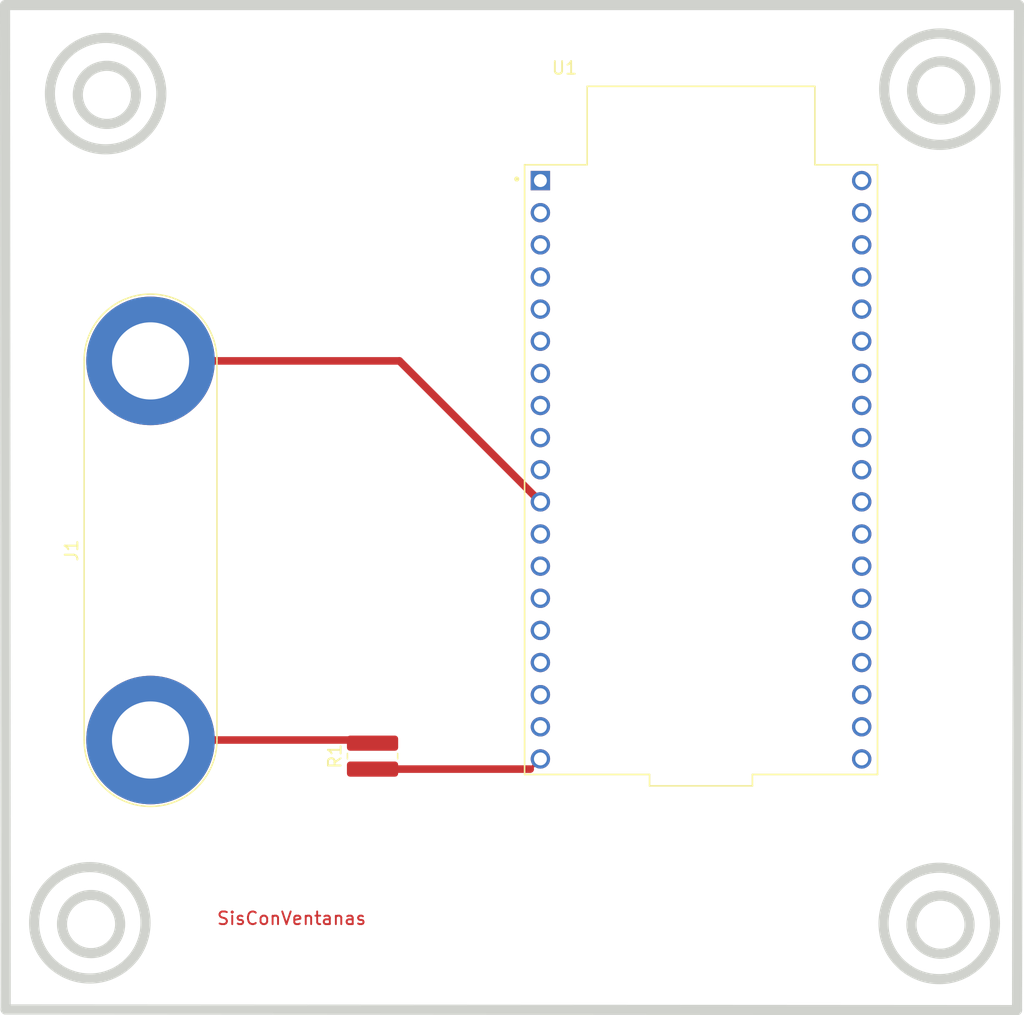
<source format=kicad_pcb>
(kicad_pcb (version 20171130) (host pcbnew "(5.1.12)-1")

  (general
    (thickness 1.6)
    (drawings 14)
    (tracks 6)
    (zones 0)
    (modules 3)
    (nets 40)
  )

  (page A4)
  (layers
    (0 F.Cu signal)
    (31 B.Cu signal)
    (32 B.Adhes user)
    (33 F.Adhes user)
    (34 B.Paste user)
    (35 F.Paste user)
    (36 B.SilkS user)
    (37 F.SilkS user)
    (38 B.Mask user)
    (39 F.Mask user)
    (40 Dwgs.User user)
    (41 Cmts.User user)
    (42 Eco1.User user)
    (43 Eco2.User user)
    (44 Edge.Cuts user)
    (45 Margin user)
    (46 B.CrtYd user)
    (47 F.CrtYd user)
    (48 B.Fab user)
    (49 F.Fab user)
  )

  (setup
    (last_trace_width 0.25)
    (trace_clearance 0.2)
    (zone_clearance 0.508)
    (zone_45_only no)
    (trace_min 0.2)
    (via_size 0.8)
    (via_drill 0.4)
    (via_min_size 0.4)
    (via_min_drill 0.3)
    (uvia_size 0.3)
    (uvia_drill 0.1)
    (uvias_allowed no)
    (uvia_min_size 0.2)
    (uvia_min_drill 0.1)
    (edge_width 0.05)
    (segment_width 0.2)
    (pcb_text_width 0.3)
    (pcb_text_size 1.5 1.5)
    (mod_edge_width 0.12)
    (mod_text_size 1 1)
    (mod_text_width 0.15)
    (pad_size 1.524 1.524)
    (pad_drill 0.762)
    (pad_to_mask_clearance 0)
    (aux_axis_origin 0 0)
    (visible_elements FFFFFF7F)
    (pcbplotparams
      (layerselection 0x010fc_ffffffff)
      (usegerberextensions false)
      (usegerberattributes true)
      (usegerberadvancedattributes true)
      (creategerberjobfile true)
      (excludeedgelayer true)
      (linewidth 0.100000)
      (plotframeref false)
      (viasonmask false)
      (mode 1)
      (useauxorigin false)
      (hpglpennumber 1)
      (hpglpenspeed 20)
      (hpglpendiameter 15.000000)
      (psnegative false)
      (psa4output false)
      (plotreference true)
      (plotvalue true)
      (plotinvisibletext false)
      (padsonsilk false)
      (subtractmaskfromsilk false)
      (outputformat 1)
      (mirror false)
      (drillshape 1)
      (scaleselection 1)
      (outputdirectory ""))
  )

  (net 0 "")
  (net 1 "Net-(J1-Pad1)")
  (net 2 "Net-(J1-Pad2)")
  (net 3 +5V)
  (net 4 "Net-(U1-Pad1)")
  (net 5 "Net-(U1-Pad2)")
  (net 6 "Net-(U1-Pad3)")
  (net 7 "Net-(U1-Pad4)")
  (net 8 "Net-(U1-Pad5)")
  (net 9 "Net-(U1-Pad6)")
  (net 10 "Net-(U1-Pad7)")
  (net 11 "Net-(U1-Pad8)")
  (net 12 "Net-(U1-Pad9)")
  (net 13 "Net-(U1-Pad10)")
  (net 14 "Net-(U1-Pad12)")
  (net 15 "Net-(U1-Pad13)")
  (net 16 "Net-(U1-Pad14)")
  (net 17 "Net-(U1-Pad15)")
  (net 18 "Net-(U1-Pad16)")
  (net 19 "Net-(U1-Pad17)")
  (net 20 "Net-(U1-Pad18)")
  (net 21 "Net-(U1-Pad20)")
  (net 22 "Net-(U1-Pad21)")
  (net 23 "Net-(U1-Pad22)")
  (net 24 "Net-(U1-Pad23)")
  (net 25 "Net-(U1-Pad24)")
  (net 26 "Net-(U1-Pad25)")
  (net 27 "Net-(U1-Pad26)")
  (net 28 "Net-(U1-Pad27)")
  (net 29 "Net-(U1-Pad28)")
  (net 30 "Net-(U1-Pad29)")
  (net 31 "Net-(U1-Pad30)")
  (net 32 "Net-(U1-Pad31)")
  (net 33 "Net-(U1-Pad32)")
  (net 34 "Net-(U1-Pad33)")
  (net 35 "Net-(U1-Pad34)")
  (net 36 "Net-(U1-Pad35)")
  (net 37 "Net-(U1-Pad36)")
  (net 38 "Net-(U1-Pad37)")
  (net 39 "Net-(U1-Pad38)")

  (net_class Default "This is the default net class."
    (clearance 0.2)
    (trace_width 0.25)
    (via_dia 0.8)
    (via_drill 0.4)
    (uvia_dia 0.3)
    (uvia_drill 0.1)
    (add_net +5V)
    (add_net "Net-(J1-Pad1)")
    (add_net "Net-(J1-Pad2)")
    (add_net "Net-(U1-Pad1)")
    (add_net "Net-(U1-Pad10)")
    (add_net "Net-(U1-Pad12)")
    (add_net "Net-(U1-Pad13)")
    (add_net "Net-(U1-Pad14)")
    (add_net "Net-(U1-Pad15)")
    (add_net "Net-(U1-Pad16)")
    (add_net "Net-(U1-Pad17)")
    (add_net "Net-(U1-Pad18)")
    (add_net "Net-(U1-Pad2)")
    (add_net "Net-(U1-Pad20)")
    (add_net "Net-(U1-Pad21)")
    (add_net "Net-(U1-Pad22)")
    (add_net "Net-(U1-Pad23)")
    (add_net "Net-(U1-Pad24)")
    (add_net "Net-(U1-Pad25)")
    (add_net "Net-(U1-Pad26)")
    (add_net "Net-(U1-Pad27)")
    (add_net "Net-(U1-Pad28)")
    (add_net "Net-(U1-Pad29)")
    (add_net "Net-(U1-Pad3)")
    (add_net "Net-(U1-Pad30)")
    (add_net "Net-(U1-Pad31)")
    (add_net "Net-(U1-Pad32)")
    (add_net "Net-(U1-Pad33)")
    (add_net "Net-(U1-Pad34)")
    (add_net "Net-(U1-Pad35)")
    (add_net "Net-(U1-Pad36)")
    (add_net "Net-(U1-Pad37)")
    (add_net "Net-(U1-Pad38)")
    (add_net "Net-(U1-Pad4)")
    (add_net "Net-(U1-Pad5)")
    (add_net "Net-(U1-Pad6)")
    (add_net "Net-(U1-Pad7)")
    (add_net "Net-(U1-Pad8)")
    (add_net "Net-(U1-Pad9)")
  )

  (module Connector2:Banana_Jack_2Pin (layer F.Cu) (tedit 5A1AB217) (tstamp 62B5932C)
    (at 91.25 93.8 90)
    (descr "Dual banana socket, footprint - 2 x 6mm drills")
    (tags "banana socket")
    (path /62B5A3F2)
    (fp_text reference J1 (at 14.985 -6.24 90) (layer F.SilkS)
      (effects (font (size 1 1) (thickness 0.15)))
    )
    (fp_text value Conn_01x02_Female (at 14.985 6.29 90) (layer F.Fab)
      (effects (font (size 1 1) (thickness 0.15)))
    )
    (fp_circle (center 30 0) (end 34.75 0) (layer F.Fab) (width 0.1))
    (fp_circle (center 0 0) (end 4.75 0) (layer F.Fab) (width 0.1))
    (fp_circle (center 0 0) (end 2 0) (layer F.Fab) (width 0.1))
    (fp_circle (center 30 0) (end 32 0) (layer F.Fab) (width 0.1))
    (fp_line (start 30 -5.25) (end 0 -5.25) (layer F.SilkS) (width 0.12))
    (fp_line (start 0 5.25) (end 30 5.25) (layer F.SilkS) (width 0.12))
    (fp_line (start 0 5.5) (end 30 5.5) (layer F.CrtYd) (width 0.05))
    (fp_line (start 30 -5.5) (end 0 -5.5) (layer F.CrtYd) (width 0.05))
    (fp_text user %R (at 14.985 0 90) (layer F.Fab)
      (effects (font (size 1 1) (thickness 0.15)))
    )
    (fp_arc (start 0 0) (end 0 5.5) (angle 180) (layer F.CrtYd) (width 0.05))
    (fp_arc (start 30 0) (end 30 -5.5) (angle 180) (layer F.CrtYd) (width 0.05))
    (fp_arc (start 30 0) (end 30 -5.25) (angle 180) (layer F.SilkS) (width 0.12))
    (fp_arc (start 0 0) (end 0 5.25) (angle 180) (layer F.SilkS) (width 0.12))
    (pad 1 thru_hole circle (at 0 0 90) (size 10.16 10.16) (drill 6.1) (layers *.Cu *.Mask)
      (net 1 "Net-(J1-Pad1)"))
    (pad 2 thru_hole circle (at 29.97 0 90) (size 10.16 10.16) (drill 6.1) (layers *.Cu *.Mask)
      (net 2 "Net-(J1-Pad2)"))
    (model ${KISYS3DMOD}/Connector.3dshapes/Banana_Jack_2Pin.wrl
      (offset (xyz 14.98599977493286 0 0))
      (scale (xyz 2 2 2))
      (rotate (xyz 0 0 0))
    )
  )

  (module Resistor_SMD:R_0815_2038Metric_Pad1.20x4.05mm_HandSolder (layer F.Cu) (tedit 5F68FEEE) (tstamp 62B5933D)
    (at 108.8 95.075 90)
    (descr "Resistor SMD 0815 (2038 Metric), square (rectangular) end terminal, IPC_7351 nominal with elongated pad for handsoldering. (Body size source: https://www.susumu.co.jp/common/pdf/n_catalog_partition07_en.pdf), generated with kicad-footprint-generator")
    (tags "resistor handsolder")
    (path /62B59D86)
    (attr smd)
    (fp_text reference R1 (at 0 -2.98 90) (layer F.SilkS)
      (effects (font (size 1 1) (thickness 0.15)))
    )
    (fp_text value R (at 0 2.98 90) (layer F.Fab)
      (effects (font (size 1 1) (thickness 0.15)))
    )
    (fp_line (start 1.88 2.28) (end -1.88 2.28) (layer F.CrtYd) (width 0.05))
    (fp_line (start 1.88 -2.28) (end 1.88 2.28) (layer F.CrtYd) (width 0.05))
    (fp_line (start -1.88 -2.28) (end 1.88 -2.28) (layer F.CrtYd) (width 0.05))
    (fp_line (start -1.88 2.28) (end -1.88 -2.28) (layer F.CrtYd) (width 0.05))
    (fp_line (start -0.210242 1.985) (end 0.210242 1.985) (layer F.SilkS) (width 0.12))
    (fp_line (start -0.210242 -1.985) (end 0.210242 -1.985) (layer F.SilkS) (width 0.12))
    (fp_line (start 1 1.875) (end -1 1.875) (layer F.Fab) (width 0.1))
    (fp_line (start 1 -1.875) (end 1 1.875) (layer F.Fab) (width 0.1))
    (fp_line (start -1 -1.875) (end 1 -1.875) (layer F.Fab) (width 0.1))
    (fp_line (start -1 1.875) (end -1 -1.875) (layer F.Fab) (width 0.1))
    (fp_text user %R (at 0 0 90) (layer F.Fab)
      (effects (font (size 0.5 0.5) (thickness 0.08)))
    )
    (pad 1 smd roundrect (at -1.025 0 90) (size 1.2 4.05) (layers F.Cu F.Paste F.Mask) (roundrect_rratio 0.208333)
      (net 3 +5V))
    (pad 2 smd roundrect (at 1.025 0 90) (size 1.2 4.05) (layers F.Cu F.Paste F.Mask) (roundrect_rratio 0.208333)
      (net 1 "Net-(J1-Pad1)"))
    (model ${KISYS3DMOD}/Resistor_SMD.3dshapes/R_0815_2038Metric.wrl
      (at (xyz 0 0 0))
      (scale (xyz 1 1 1))
      (rotate (xyz 0 0 0))
    )
  )

  (module esp32pry:MODULE_ESP32-DEVKITC (layer F.Cu) (tedit 62B2F74A) (tstamp 62B5938E)
    (at 134.770001 72.425001)
    (path /62B58F1E)
    (fp_text reference U1 (at -10.795 -31.75) (layer F.SilkS)
      (effects (font (size 1 1) (thickness 0.15)))
    )
    (fp_text value ESP32-DEVKITC (at -1.27 26.035) (layer F.Fab)
      (effects (font (size 1 1) (thickness 0.15)))
    )
    (fp_line (start 4.31 24.38) (end 14.2 24.38) (layer F.CrtYd) (width 0.05))
    (fp_line (start 4.31 25.25) (end 4.31 24.38) (layer F.CrtYd) (width 0.05))
    (fp_line (start -4.32 25.25) (end 4.31 25.25) (layer F.CrtYd) (width 0.05))
    (fp_line (start -4.32 24.38) (end -4.32 25.25) (layer F.CrtYd) (width 0.05))
    (fp_line (start -14.2 24.38) (end -4.32 24.38) (layer F.CrtYd) (width 0.05))
    (fp_line (start 9.25 -30.55) (end 9.25 -24.38) (layer F.CrtYd) (width 0.05))
    (fp_line (start -9.25 -30.55) (end 9.25 -30.55) (layer F.CrtYd) (width 0.05))
    (fp_line (start -9.25 -24.38) (end -9.25 -30.55) (layer F.CrtYd) (width 0.05))
    (fp_line (start -9.25 -24.38) (end -14.2 -24.38) (layer F.CrtYd) (width 0.05))
    (fp_line (start 14.2 -24.38) (end 9.25 -24.38) (layer F.CrtYd) (width 0.05))
    (fp_line (start 14.2 24.38) (end 14.2 -24.38) (layer F.CrtYd) (width 0.05))
    (fp_line (start -14.2 -24.38) (end -14.2 24.38) (layer F.CrtYd) (width 0.05))
    (fp_line (start 4.06 24.1) (end 13.95 24.1) (layer F.SilkS) (width 0.127))
    (fp_line (start 4.06 25) (end 4.06 24.1) (layer F.SilkS) (width 0.127))
    (fp_line (start -4.07 25) (end 4.06 25) (layer F.SilkS) (width 0.127))
    (fp_line (start -4.07 24.1) (end -4.07 25) (layer F.SilkS) (width 0.127))
    (fp_line (start -13.95 24.1) (end -4.07 24.1) (layer F.SilkS) (width 0.127))
    (fp_line (start 9 -30.3) (end 9 -24.1) (layer F.SilkS) (width 0.127))
    (fp_line (start -9 -30.3) (end 9 -30.3) (layer F.SilkS) (width 0.127))
    (fp_line (start -9 -24.1) (end -9 -30.3) (layer F.SilkS) (width 0.127))
    (fp_line (start -9 -24.1) (end -13.95 -24.1) (layer F.SilkS) (width 0.127))
    (fp_line (start 13.95 -24.1) (end 9 -24.1) (layer F.SilkS) (width 0.127))
    (fp_line (start 13.95 24.1) (end 13.95 -24.1) (layer F.SilkS) (width 0.127))
    (fp_line (start -13.95 -24.1) (end -13.95 24.1) (layer F.SilkS) (width 0.127))
    (fp_line (start 4.06 24.1) (end 13.95 24.1) (layer F.Fab) (width 0.127))
    (fp_line (start 4.06 25) (end 4.06 24.1) (layer F.Fab) (width 0.127))
    (fp_line (start -4.07 25) (end 4.06 25) (layer F.Fab) (width 0.127))
    (fp_line (start -4.07 24.1) (end -4.07 25) (layer F.Fab) (width 0.127))
    (fp_line (start -13.95 24.1) (end -4.07 24.1) (layer F.Fab) (width 0.127))
    (fp_line (start 9 -30.3) (end 9 -24.1) (layer F.Fab) (width 0.127))
    (fp_line (start -9 -30.3) (end 9 -30.3) (layer F.Fab) (width 0.127))
    (fp_line (start -9 -24.1) (end -9 -30.3) (layer F.Fab) (width 0.127))
    (fp_line (start -9 -24.1) (end -13.95 -24.1) (layer F.Fab) (width 0.127))
    (fp_line (start 9 -24.1) (end -9 -24.1) (layer F.Fab) (width 0.127))
    (fp_line (start 13.95 -24.1) (end 9 -24.1) (layer F.Fab) (width 0.127))
    (fp_line (start 13.95 24.1) (end 13.95 -24.1) (layer F.Fab) (width 0.127))
    (fp_line (start -13.95 -24.1) (end -13.95 24.1) (layer F.Fab) (width 0.127))
    (fp_circle (center -14.57 -22.97) (end -14.47 -22.97) (layer F.Fab) (width 0.2))
    (fp_circle (center -14.57 -22.97) (end -14.47 -22.97) (layer F.SilkS) (width 0.2))
    (pad 1 thru_hole rect (at -12.7 -22.85) (size 1.53 1.53) (drill 1.02) (layers *.Cu *.Mask)
      (net 4 "Net-(U1-Pad1)"))
    (pad 2 thru_hole circle (at -12.7 -20.31) (size 1.53 1.53) (drill 1.02) (layers *.Cu *.Mask)
      (net 5 "Net-(U1-Pad2)"))
    (pad 3 thru_hole circle (at -12.7 -17.77) (size 1.53 1.53) (drill 1.02) (layers *.Cu *.Mask)
      (net 6 "Net-(U1-Pad3)"))
    (pad 4 thru_hole circle (at -12.7 -15.23) (size 1.53 1.53) (drill 1.02) (layers *.Cu *.Mask)
      (net 7 "Net-(U1-Pad4)"))
    (pad 5 thru_hole circle (at -12.7 -12.69) (size 1.53 1.53) (drill 1.02) (layers *.Cu *.Mask)
      (net 8 "Net-(U1-Pad5)"))
    (pad 6 thru_hole circle (at -12.7 -10.15) (size 1.53 1.53) (drill 1.02) (layers *.Cu *.Mask)
      (net 9 "Net-(U1-Pad6)"))
    (pad 7 thru_hole circle (at -12.7 -7.61) (size 1.53 1.53) (drill 1.02) (layers *.Cu *.Mask)
      (net 10 "Net-(U1-Pad7)"))
    (pad 8 thru_hole circle (at -12.7 -5.07) (size 1.53 1.53) (drill 1.02) (layers *.Cu *.Mask)
      (net 11 "Net-(U1-Pad8)"))
    (pad 9 thru_hole circle (at -12.7 -2.53) (size 1.53 1.53) (drill 1.02) (layers *.Cu *.Mask)
      (net 12 "Net-(U1-Pad9)"))
    (pad 10 thru_hole circle (at -12.7 0.01) (size 1.53 1.53) (drill 1.02) (layers *.Cu *.Mask)
      (net 13 "Net-(U1-Pad10)"))
    (pad 11 thru_hole circle (at -12.7 2.55) (size 1.53 1.53) (drill 1.02) (layers *.Cu *.Mask)
      (net 2 "Net-(J1-Pad2)"))
    (pad 12 thru_hole circle (at -12.7 5.09) (size 1.53 1.53) (drill 1.02) (layers *.Cu *.Mask)
      (net 14 "Net-(U1-Pad12)"))
    (pad 13 thru_hole circle (at -12.7 7.63) (size 1.53 1.53) (drill 1.02) (layers *.Cu *.Mask)
      (net 15 "Net-(U1-Pad13)"))
    (pad 14 thru_hole circle (at -12.7 10.17) (size 1.53 1.53) (drill 1.02) (layers *.Cu *.Mask)
      (net 16 "Net-(U1-Pad14)"))
    (pad 15 thru_hole circle (at -12.7 12.71) (size 1.53 1.53) (drill 1.02) (layers *.Cu *.Mask)
      (net 17 "Net-(U1-Pad15)"))
    (pad 16 thru_hole circle (at -12.7 15.25) (size 1.53 1.53) (drill 1.02) (layers *.Cu *.Mask)
      (net 18 "Net-(U1-Pad16)"))
    (pad 17 thru_hole circle (at -12.7 17.79) (size 1.53 1.53) (drill 1.02) (layers *.Cu *.Mask)
      (net 19 "Net-(U1-Pad17)"))
    (pad 18 thru_hole circle (at -12.7 20.33) (size 1.53 1.53) (drill 1.02) (layers *.Cu *.Mask)
      (net 20 "Net-(U1-Pad18)"))
    (pad 19 thru_hole circle (at -12.7 22.87) (size 1.53 1.53) (drill 1.02) (layers *.Cu *.Mask)
      (net 3 +5V))
    (pad 20 thru_hole circle (at 12.7 22.87) (size 1.53 1.53) (drill 1.02) (layers *.Cu *.Mask)
      (net 21 "Net-(U1-Pad20)"))
    (pad 21 thru_hole circle (at 12.7 20.33) (size 1.53 1.53) (drill 1.02) (layers *.Cu *.Mask)
      (net 22 "Net-(U1-Pad21)"))
    (pad 22 thru_hole circle (at 12.7 17.79) (size 1.53 1.53) (drill 1.02) (layers *.Cu *.Mask)
      (net 23 "Net-(U1-Pad22)"))
    (pad 23 thru_hole circle (at 12.7 15.25) (size 1.53 1.53) (drill 1.02) (layers *.Cu *.Mask)
      (net 24 "Net-(U1-Pad23)"))
    (pad 24 thru_hole circle (at 12.7 12.71) (size 1.53 1.53) (drill 1.02) (layers *.Cu *.Mask)
      (net 25 "Net-(U1-Pad24)"))
    (pad 25 thru_hole circle (at 12.7 10.17) (size 1.53 1.53) (drill 1.02) (layers *.Cu *.Mask)
      (net 26 "Net-(U1-Pad25)"))
    (pad 26 thru_hole circle (at 12.7 7.63) (size 1.53 1.53) (drill 1.02) (layers *.Cu *.Mask)
      (net 27 "Net-(U1-Pad26)"))
    (pad 27 thru_hole circle (at 12.7 5.09) (size 1.53 1.53) (drill 1.02) (layers *.Cu *.Mask)
      (net 28 "Net-(U1-Pad27)"))
    (pad 28 thru_hole circle (at 12.7 2.55) (size 1.53 1.53) (drill 1.02) (layers *.Cu *.Mask)
      (net 29 "Net-(U1-Pad28)"))
    (pad 29 thru_hole circle (at 12.7 0.01) (size 1.53 1.53) (drill 1.02) (layers *.Cu *.Mask)
      (net 30 "Net-(U1-Pad29)"))
    (pad 30 thru_hole circle (at 12.7 -2.53) (size 1.53 1.53) (drill 1.02) (layers *.Cu *.Mask)
      (net 31 "Net-(U1-Pad30)"))
    (pad 31 thru_hole circle (at 12.7 -5.07) (size 1.53 1.53) (drill 1.02) (layers *.Cu *.Mask)
      (net 32 "Net-(U1-Pad31)"))
    (pad 32 thru_hole circle (at 12.7 -7.61) (size 1.53 1.53) (drill 1.02) (layers *.Cu *.Mask)
      (net 33 "Net-(U1-Pad32)"))
    (pad 33 thru_hole circle (at 12.7 -10.15) (size 1.53 1.53) (drill 1.02) (layers *.Cu *.Mask)
      (net 34 "Net-(U1-Pad33)"))
    (pad 34 thru_hole circle (at 12.7 -12.69) (size 1.53 1.53) (drill 1.02) (layers *.Cu *.Mask)
      (net 35 "Net-(U1-Pad34)"))
    (pad 35 thru_hole circle (at 12.7 -15.23) (size 1.53 1.53) (drill 1.02) (layers *.Cu *.Mask)
      (net 36 "Net-(U1-Pad35)"))
    (pad 36 thru_hole circle (at 12.7 -17.77) (size 1.53 1.53) (drill 1.02) (layers *.Cu *.Mask)
      (net 37 "Net-(U1-Pad36)"))
    (pad 37 thru_hole circle (at 12.7 -20.31) (size 1.53 1.53) (drill 1.02) (layers *.Cu *.Mask)
      (net 38 "Net-(U1-Pad37)"))
    (pad 38 thru_hole circle (at 12.7 -22.85) (size 1.53 1.53) (drill 1.02) (layers *.Cu *.Mask)
      (net 39 "Net-(U1-Pad38)"))
  )

  (gr_text SisConVentanas (at 102.4 107.9) (layer F.Cu)
    (effects (font (size 1 1) (thickness 0.15)))
  )
  (gr_circle (center 153.75 42.45) (end 156.048369 42.45) (layer Edge.Cuts) (width 0.8) (tstamp 62B5952F))
  (gr_circle (center 153.65 42.35) (end 158.054543 42.35) (layer Edge.Cuts) (width 0.8) (tstamp 62B5952E))
  (gr_circle (center 153.7 108.4) (end 155.998369 108.4) (layer Edge.Cuts) (width 0.8) (tstamp 62B5952F))
  (gr_circle (center 153.6 108.3) (end 158.004543 108.3) (layer Edge.Cuts) (width 0.8) (tstamp 62B5952E))
  (gr_circle (center 86.55 108.35) (end 88.848369 108.35) (layer Edge.Cuts) (width 0.8) (tstamp 62B5952F))
  (gr_circle (center 86.45 108.25) (end 90.854543 108.25) (layer Edge.Cuts) (width 0.8) (tstamp 62B5952E))
  (gr_circle (center 87.8 42.8) (end 90.098369 42.8) (layer Edge.Cuts) (width 0.8))
  (gr_circle (center 87.7 42.7) (end 92.104543 42.7) (layer Edge.Cuts) (width 0.8))
  (gr_line (start 79.75 35.7) (end 79.8 35.7) (layer Dwgs.User) (width 0.15) (tstamp 62B59511))
  (gr_line (start 79.8 115.1) (end 79.75 35.7) (layer Edge.Cuts) (width 0.8))
  (gr_line (start 159.75 115.15) (end 79.8 115.1) (layer Edge.Cuts) (width 0.8))
  (gr_line (start 159.9 35.7) (end 159.75 115.15) (layer Edge.Cuts) (width 0.8))
  (gr_line (start 79.8 35.7) (end 159.9 35.7) (layer Edge.Cuts) (width 0.8))

  (segment (start 108.55 93.8) (end 108.8 94.05) (width 0.25) (layer F.Cu) (net 1))
  (segment (start 91.25 93.8) (end 108.55 93.8) (width 0.6) (layer F.Cu) (net 1))
  (segment (start 110.925 63.83) (end 122.070001 74.975001) (width 0.6) (layer F.Cu) (net 2))
  (segment (start 91.25 63.83) (end 110.925 63.83) (width 0.6) (layer F.Cu) (net 2))
  (segment (start 121.265002 96.1) (end 122.070001 95.295001) (width 0.25) (layer F.Cu) (net 3))
  (segment (start 108.8 96.1) (end 121.265002 96.1) (width 0.6) (layer F.Cu) (net 3))

)

</source>
